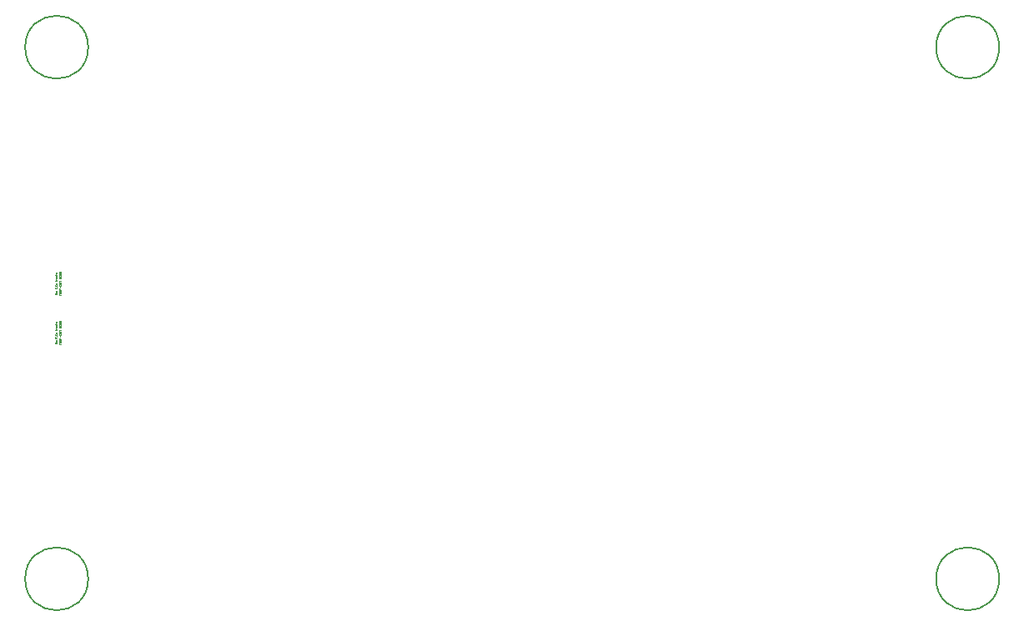
<source format=gbr>
%TF.GenerationSoftware,KiCad,Pcbnew,8.0.2*%
%TF.CreationDate,2024-10-12T15:12:06+02:00*%
%TF.ProjectId,OSSD-8A,4f535344-2d38-4412-9e6b-696361645f70,rev?*%
%TF.SameCoordinates,Original*%
%TF.FileFunction,Other,Comment*%
%FSLAX46Y46*%
G04 Gerber Fmt 4.6, Leading zero omitted, Abs format (unit mm)*
G04 Created by KiCad (PCBNEW 8.0.2) date 2024-10-12 15:12:06*
%MOMM*%
%LPD*%
G01*
G04 APERTURE LIST*
%ADD10C,0.030000*%
%ADD11C,0.150000*%
G04 APERTURE END LIST*
D10*
X92020963Y-45580952D02*
X91820963Y-45580952D01*
X91820963Y-45580952D02*
X92020963Y-45466667D01*
X92020963Y-45466667D02*
X91820963Y-45466667D01*
X92020963Y-45342857D02*
X92011440Y-45361905D01*
X92011440Y-45361905D02*
X92001916Y-45371428D01*
X92001916Y-45371428D02*
X91982868Y-45380952D01*
X91982868Y-45380952D02*
X91925725Y-45380952D01*
X91925725Y-45380952D02*
X91906678Y-45371428D01*
X91906678Y-45371428D02*
X91897154Y-45361905D01*
X91897154Y-45361905D02*
X91887630Y-45342857D01*
X91887630Y-45342857D02*
X91887630Y-45314286D01*
X91887630Y-45314286D02*
X91897154Y-45295238D01*
X91897154Y-45295238D02*
X91906678Y-45285714D01*
X91906678Y-45285714D02*
X91925725Y-45276190D01*
X91925725Y-45276190D02*
X91982868Y-45276190D01*
X91982868Y-45276190D02*
X92001916Y-45285714D01*
X92001916Y-45285714D02*
X92011440Y-45295238D01*
X92011440Y-45295238D02*
X92020963Y-45314286D01*
X92020963Y-45314286D02*
X92020963Y-45342857D01*
X91916201Y-44971429D02*
X91916201Y-45038095D01*
X92020963Y-45038095D02*
X91820963Y-45038095D01*
X91820963Y-45038095D02*
X91820963Y-44942857D01*
X92001916Y-44866666D02*
X92011440Y-44857143D01*
X92011440Y-44857143D02*
X92020963Y-44866666D01*
X92020963Y-44866666D02*
X92011440Y-44876190D01*
X92011440Y-44876190D02*
X92001916Y-44866666D01*
X92001916Y-44866666D02*
X92020963Y-44866666D01*
X92001916Y-44657143D02*
X92011440Y-44666667D01*
X92011440Y-44666667D02*
X92020963Y-44695238D01*
X92020963Y-44695238D02*
X92020963Y-44714286D01*
X92020963Y-44714286D02*
X92011440Y-44742857D01*
X92011440Y-44742857D02*
X91992392Y-44761905D01*
X91992392Y-44761905D02*
X91973344Y-44771428D01*
X91973344Y-44771428D02*
X91935249Y-44780952D01*
X91935249Y-44780952D02*
X91906678Y-44780952D01*
X91906678Y-44780952D02*
X91868582Y-44771428D01*
X91868582Y-44771428D02*
X91849535Y-44761905D01*
X91849535Y-44761905D02*
X91830487Y-44742857D01*
X91830487Y-44742857D02*
X91820963Y-44714286D01*
X91820963Y-44714286D02*
X91820963Y-44695238D01*
X91820963Y-44695238D02*
X91830487Y-44666667D01*
X91830487Y-44666667D02*
X91840011Y-44657143D01*
X91887630Y-44485714D02*
X92020963Y-44485714D01*
X91887630Y-44571428D02*
X91992392Y-44571428D01*
X91992392Y-44571428D02*
X92011440Y-44561905D01*
X92011440Y-44561905D02*
X92020963Y-44542857D01*
X92020963Y-44542857D02*
X92020963Y-44514286D01*
X92020963Y-44514286D02*
X92011440Y-44495238D01*
X92011440Y-44495238D02*
X92001916Y-44485714D01*
X91887630Y-44266667D02*
X91887630Y-44190476D01*
X91820963Y-44238095D02*
X91992392Y-44238095D01*
X91992392Y-44238095D02*
X92011440Y-44228572D01*
X92011440Y-44228572D02*
X92020963Y-44209524D01*
X92020963Y-44209524D02*
X92020963Y-44190476D01*
X92020963Y-44123809D02*
X91887630Y-44123809D01*
X91925725Y-44123809D02*
X91906678Y-44114286D01*
X91906678Y-44114286D02*
X91897154Y-44104762D01*
X91897154Y-44104762D02*
X91887630Y-44085714D01*
X91887630Y-44085714D02*
X91887630Y-44066667D01*
X92020963Y-43914285D02*
X91916201Y-43914285D01*
X91916201Y-43914285D02*
X91897154Y-43923809D01*
X91897154Y-43923809D02*
X91887630Y-43942857D01*
X91887630Y-43942857D02*
X91887630Y-43980952D01*
X91887630Y-43980952D02*
X91897154Y-43999999D01*
X92011440Y-43914285D02*
X92020963Y-43933333D01*
X92020963Y-43933333D02*
X92020963Y-43980952D01*
X92020963Y-43980952D02*
X92011440Y-43999999D01*
X92011440Y-43999999D02*
X91992392Y-44009523D01*
X91992392Y-44009523D02*
X91973344Y-44009523D01*
X91973344Y-44009523D02*
X91954297Y-43999999D01*
X91954297Y-43999999D02*
X91944773Y-43980952D01*
X91944773Y-43980952D02*
X91944773Y-43933333D01*
X91944773Y-43933333D02*
X91935249Y-43914285D01*
X92011440Y-43733333D02*
X92020963Y-43752381D01*
X92020963Y-43752381D02*
X92020963Y-43790476D01*
X92020963Y-43790476D02*
X92011440Y-43809524D01*
X92011440Y-43809524D02*
X92001916Y-43819047D01*
X92001916Y-43819047D02*
X91982868Y-43828571D01*
X91982868Y-43828571D02*
X91925725Y-43828571D01*
X91925725Y-43828571D02*
X91906678Y-43819047D01*
X91906678Y-43819047D02*
X91897154Y-43809524D01*
X91897154Y-43809524D02*
X91887630Y-43790476D01*
X91887630Y-43790476D02*
X91887630Y-43752381D01*
X91887630Y-43752381D02*
X91897154Y-43733333D01*
X92020963Y-43647618D02*
X91820963Y-43647618D01*
X91944773Y-43628571D02*
X92020963Y-43571428D01*
X91887630Y-43571428D02*
X91963820Y-43647618D01*
X92011440Y-43495237D02*
X92020963Y-43476190D01*
X92020963Y-43476190D02*
X92020963Y-43438094D01*
X92020963Y-43438094D02*
X92011440Y-43419047D01*
X92011440Y-43419047D02*
X91992392Y-43409523D01*
X91992392Y-43409523D02*
X91982868Y-43409523D01*
X91982868Y-43409523D02*
X91963820Y-43419047D01*
X91963820Y-43419047D02*
X91954297Y-43438094D01*
X91954297Y-43438094D02*
X91954297Y-43466666D01*
X91954297Y-43466666D02*
X91944773Y-43485713D01*
X91944773Y-43485713D02*
X91925725Y-43495237D01*
X91925725Y-43495237D02*
X91916201Y-43495237D01*
X91916201Y-43495237D02*
X91897154Y-43485713D01*
X91897154Y-43485713D02*
X91887630Y-43466666D01*
X91887630Y-43466666D02*
X91887630Y-43438094D01*
X91887630Y-43438094D02*
X91897154Y-43419047D01*
X92420963Y-50714284D02*
X92220963Y-50714284D01*
X92420963Y-50599999D02*
X92306678Y-50685713D01*
X92220963Y-50599999D02*
X92335249Y-50714284D01*
X92316201Y-50514284D02*
X92316201Y-50447618D01*
X92420963Y-50419046D02*
X92420963Y-50514284D01*
X92420963Y-50514284D02*
X92220963Y-50514284D01*
X92220963Y-50514284D02*
X92220963Y-50419046D01*
X92316201Y-50333332D02*
X92316201Y-50266666D01*
X92420963Y-50238094D02*
X92420963Y-50333332D01*
X92420963Y-50333332D02*
X92220963Y-50333332D01*
X92220963Y-50333332D02*
X92220963Y-50238094D01*
X92420963Y-50152380D02*
X92220963Y-50152380D01*
X92220963Y-50152380D02*
X92220963Y-50076190D01*
X92220963Y-50076190D02*
X92230487Y-50057142D01*
X92230487Y-50057142D02*
X92240011Y-50047619D01*
X92240011Y-50047619D02*
X92259059Y-50038095D01*
X92259059Y-50038095D02*
X92287630Y-50038095D01*
X92287630Y-50038095D02*
X92306678Y-50047619D01*
X92306678Y-50047619D02*
X92316201Y-50057142D01*
X92316201Y-50057142D02*
X92325725Y-50076190D01*
X92325725Y-50076190D02*
X92325725Y-50152380D01*
X92344773Y-49952380D02*
X92344773Y-49800000D01*
X92220963Y-49666666D02*
X92220963Y-49628571D01*
X92220963Y-49628571D02*
X92230487Y-49609523D01*
X92230487Y-49609523D02*
X92249535Y-49590476D01*
X92249535Y-49590476D02*
X92287630Y-49580952D01*
X92287630Y-49580952D02*
X92354297Y-49580952D01*
X92354297Y-49580952D02*
X92392392Y-49590476D01*
X92392392Y-49590476D02*
X92411440Y-49609523D01*
X92411440Y-49609523D02*
X92420963Y-49628571D01*
X92420963Y-49628571D02*
X92420963Y-49666666D01*
X92420963Y-49666666D02*
X92411440Y-49685714D01*
X92411440Y-49685714D02*
X92392392Y-49704761D01*
X92392392Y-49704761D02*
X92354297Y-49714285D01*
X92354297Y-49714285D02*
X92287630Y-49714285D01*
X92287630Y-49714285D02*
X92249535Y-49704761D01*
X92249535Y-49704761D02*
X92230487Y-49685714D01*
X92230487Y-49685714D02*
X92220963Y-49666666D01*
X92220963Y-49495237D02*
X92382868Y-49495237D01*
X92382868Y-49495237D02*
X92401916Y-49485714D01*
X92401916Y-49485714D02*
X92411440Y-49476190D01*
X92411440Y-49476190D02*
X92420963Y-49457142D01*
X92420963Y-49457142D02*
X92420963Y-49419047D01*
X92420963Y-49419047D02*
X92411440Y-49399999D01*
X92411440Y-49399999D02*
X92401916Y-49390476D01*
X92401916Y-49390476D02*
X92382868Y-49380952D01*
X92382868Y-49380952D02*
X92220963Y-49380952D01*
X92220963Y-49314285D02*
X92220963Y-49199999D01*
X92420963Y-49257142D02*
X92220963Y-49257142D01*
X92220963Y-48999999D02*
X92220963Y-48866666D01*
X92220963Y-48866666D02*
X92420963Y-48999999D01*
X92420963Y-48999999D02*
X92420963Y-48866666D01*
X92220963Y-48752380D02*
X92220963Y-48714285D01*
X92220963Y-48714285D02*
X92230487Y-48695237D01*
X92230487Y-48695237D02*
X92249535Y-48676190D01*
X92249535Y-48676190D02*
X92287630Y-48666666D01*
X92287630Y-48666666D02*
X92354297Y-48666666D01*
X92354297Y-48666666D02*
X92392392Y-48676190D01*
X92392392Y-48676190D02*
X92411440Y-48695237D01*
X92411440Y-48695237D02*
X92420963Y-48714285D01*
X92420963Y-48714285D02*
X92420963Y-48752380D01*
X92420963Y-48752380D02*
X92411440Y-48771428D01*
X92411440Y-48771428D02*
X92392392Y-48790475D01*
X92392392Y-48790475D02*
X92354297Y-48799999D01*
X92354297Y-48799999D02*
X92287630Y-48799999D01*
X92287630Y-48799999D02*
X92249535Y-48790475D01*
X92249535Y-48790475D02*
X92230487Y-48771428D01*
X92230487Y-48771428D02*
X92220963Y-48752380D01*
X92420963Y-48580951D02*
X92220963Y-48580951D01*
X92220963Y-48580951D02*
X92420963Y-48466666D01*
X92420963Y-48466666D02*
X92220963Y-48466666D01*
X92316201Y-48371427D02*
X92316201Y-48304761D01*
X92420963Y-48276189D02*
X92420963Y-48371427D01*
X92420963Y-48371427D02*
X92220963Y-48371427D01*
X92220963Y-48371427D02*
X92220963Y-48276189D01*
X92020963Y-50580952D02*
X91820963Y-50580952D01*
X91820963Y-50580952D02*
X92020963Y-50466667D01*
X92020963Y-50466667D02*
X91820963Y-50466667D01*
X92020963Y-50342857D02*
X92011440Y-50361905D01*
X92011440Y-50361905D02*
X92001916Y-50371428D01*
X92001916Y-50371428D02*
X91982868Y-50380952D01*
X91982868Y-50380952D02*
X91925725Y-50380952D01*
X91925725Y-50380952D02*
X91906678Y-50371428D01*
X91906678Y-50371428D02*
X91897154Y-50361905D01*
X91897154Y-50361905D02*
X91887630Y-50342857D01*
X91887630Y-50342857D02*
X91887630Y-50314286D01*
X91887630Y-50314286D02*
X91897154Y-50295238D01*
X91897154Y-50295238D02*
X91906678Y-50285714D01*
X91906678Y-50285714D02*
X91925725Y-50276190D01*
X91925725Y-50276190D02*
X91982868Y-50276190D01*
X91982868Y-50276190D02*
X92001916Y-50285714D01*
X92001916Y-50285714D02*
X92011440Y-50295238D01*
X92011440Y-50295238D02*
X92020963Y-50314286D01*
X92020963Y-50314286D02*
X92020963Y-50342857D01*
X91916201Y-49971429D02*
X91916201Y-50038095D01*
X92020963Y-50038095D02*
X91820963Y-50038095D01*
X91820963Y-50038095D02*
X91820963Y-49942857D01*
X92001916Y-49866666D02*
X92011440Y-49857143D01*
X92011440Y-49857143D02*
X92020963Y-49866666D01*
X92020963Y-49866666D02*
X92011440Y-49876190D01*
X92011440Y-49876190D02*
X92001916Y-49866666D01*
X92001916Y-49866666D02*
X92020963Y-49866666D01*
X92001916Y-49657143D02*
X92011440Y-49666667D01*
X92011440Y-49666667D02*
X92020963Y-49695238D01*
X92020963Y-49695238D02*
X92020963Y-49714286D01*
X92020963Y-49714286D02*
X92011440Y-49742857D01*
X92011440Y-49742857D02*
X91992392Y-49761905D01*
X91992392Y-49761905D02*
X91973344Y-49771428D01*
X91973344Y-49771428D02*
X91935249Y-49780952D01*
X91935249Y-49780952D02*
X91906678Y-49780952D01*
X91906678Y-49780952D02*
X91868582Y-49771428D01*
X91868582Y-49771428D02*
X91849535Y-49761905D01*
X91849535Y-49761905D02*
X91830487Y-49742857D01*
X91830487Y-49742857D02*
X91820963Y-49714286D01*
X91820963Y-49714286D02*
X91820963Y-49695238D01*
X91820963Y-49695238D02*
X91830487Y-49666667D01*
X91830487Y-49666667D02*
X91840011Y-49657143D01*
X91887630Y-49485714D02*
X92020963Y-49485714D01*
X91887630Y-49571428D02*
X91992392Y-49571428D01*
X91992392Y-49571428D02*
X92011440Y-49561905D01*
X92011440Y-49561905D02*
X92020963Y-49542857D01*
X92020963Y-49542857D02*
X92020963Y-49514286D01*
X92020963Y-49514286D02*
X92011440Y-49495238D01*
X92011440Y-49495238D02*
X92001916Y-49485714D01*
X91887630Y-49266667D02*
X91887630Y-49190476D01*
X91820963Y-49238095D02*
X91992392Y-49238095D01*
X91992392Y-49238095D02*
X92011440Y-49228572D01*
X92011440Y-49228572D02*
X92020963Y-49209524D01*
X92020963Y-49209524D02*
X92020963Y-49190476D01*
X92020963Y-49123809D02*
X91887630Y-49123809D01*
X91925725Y-49123809D02*
X91906678Y-49114286D01*
X91906678Y-49114286D02*
X91897154Y-49104762D01*
X91897154Y-49104762D02*
X91887630Y-49085714D01*
X91887630Y-49085714D02*
X91887630Y-49066667D01*
X92020963Y-48914285D02*
X91916201Y-48914285D01*
X91916201Y-48914285D02*
X91897154Y-48923809D01*
X91897154Y-48923809D02*
X91887630Y-48942857D01*
X91887630Y-48942857D02*
X91887630Y-48980952D01*
X91887630Y-48980952D02*
X91897154Y-48999999D01*
X92011440Y-48914285D02*
X92020963Y-48933333D01*
X92020963Y-48933333D02*
X92020963Y-48980952D01*
X92020963Y-48980952D02*
X92011440Y-48999999D01*
X92011440Y-48999999D02*
X91992392Y-49009523D01*
X91992392Y-49009523D02*
X91973344Y-49009523D01*
X91973344Y-49009523D02*
X91954297Y-48999999D01*
X91954297Y-48999999D02*
X91944773Y-48980952D01*
X91944773Y-48980952D02*
X91944773Y-48933333D01*
X91944773Y-48933333D02*
X91935249Y-48914285D01*
X92011440Y-48733333D02*
X92020963Y-48752381D01*
X92020963Y-48752381D02*
X92020963Y-48790476D01*
X92020963Y-48790476D02*
X92011440Y-48809524D01*
X92011440Y-48809524D02*
X92001916Y-48819047D01*
X92001916Y-48819047D02*
X91982868Y-48828571D01*
X91982868Y-48828571D02*
X91925725Y-48828571D01*
X91925725Y-48828571D02*
X91906678Y-48819047D01*
X91906678Y-48819047D02*
X91897154Y-48809524D01*
X91897154Y-48809524D02*
X91887630Y-48790476D01*
X91887630Y-48790476D02*
X91887630Y-48752381D01*
X91887630Y-48752381D02*
X91897154Y-48733333D01*
X92020963Y-48647618D02*
X91820963Y-48647618D01*
X91944773Y-48628571D02*
X92020963Y-48571428D01*
X91887630Y-48571428D02*
X91963820Y-48647618D01*
X92011440Y-48495237D02*
X92020963Y-48476190D01*
X92020963Y-48476190D02*
X92020963Y-48438094D01*
X92020963Y-48438094D02*
X92011440Y-48419047D01*
X92011440Y-48419047D02*
X91992392Y-48409523D01*
X91992392Y-48409523D02*
X91982868Y-48409523D01*
X91982868Y-48409523D02*
X91963820Y-48419047D01*
X91963820Y-48419047D02*
X91954297Y-48438094D01*
X91954297Y-48438094D02*
X91954297Y-48466666D01*
X91954297Y-48466666D02*
X91944773Y-48485713D01*
X91944773Y-48485713D02*
X91925725Y-48495237D01*
X91925725Y-48495237D02*
X91916201Y-48495237D01*
X91916201Y-48495237D02*
X91897154Y-48485713D01*
X91897154Y-48485713D02*
X91887630Y-48466666D01*
X91887630Y-48466666D02*
X91887630Y-48438094D01*
X91887630Y-48438094D02*
X91897154Y-48419047D01*
X92420963Y-45714284D02*
X92220963Y-45714284D01*
X92420963Y-45599999D02*
X92306678Y-45685713D01*
X92220963Y-45599999D02*
X92335249Y-45714284D01*
X92316201Y-45514284D02*
X92316201Y-45447618D01*
X92420963Y-45419046D02*
X92420963Y-45514284D01*
X92420963Y-45514284D02*
X92220963Y-45514284D01*
X92220963Y-45514284D02*
X92220963Y-45419046D01*
X92316201Y-45333332D02*
X92316201Y-45266666D01*
X92420963Y-45238094D02*
X92420963Y-45333332D01*
X92420963Y-45333332D02*
X92220963Y-45333332D01*
X92220963Y-45333332D02*
X92220963Y-45238094D01*
X92420963Y-45152380D02*
X92220963Y-45152380D01*
X92220963Y-45152380D02*
X92220963Y-45076190D01*
X92220963Y-45076190D02*
X92230487Y-45057142D01*
X92230487Y-45057142D02*
X92240011Y-45047619D01*
X92240011Y-45047619D02*
X92259059Y-45038095D01*
X92259059Y-45038095D02*
X92287630Y-45038095D01*
X92287630Y-45038095D02*
X92306678Y-45047619D01*
X92306678Y-45047619D02*
X92316201Y-45057142D01*
X92316201Y-45057142D02*
X92325725Y-45076190D01*
X92325725Y-45076190D02*
X92325725Y-45152380D01*
X92344773Y-44952380D02*
X92344773Y-44800000D01*
X92220963Y-44666666D02*
X92220963Y-44628571D01*
X92220963Y-44628571D02*
X92230487Y-44609523D01*
X92230487Y-44609523D02*
X92249535Y-44590476D01*
X92249535Y-44590476D02*
X92287630Y-44580952D01*
X92287630Y-44580952D02*
X92354297Y-44580952D01*
X92354297Y-44580952D02*
X92392392Y-44590476D01*
X92392392Y-44590476D02*
X92411440Y-44609523D01*
X92411440Y-44609523D02*
X92420963Y-44628571D01*
X92420963Y-44628571D02*
X92420963Y-44666666D01*
X92420963Y-44666666D02*
X92411440Y-44685714D01*
X92411440Y-44685714D02*
X92392392Y-44704761D01*
X92392392Y-44704761D02*
X92354297Y-44714285D01*
X92354297Y-44714285D02*
X92287630Y-44714285D01*
X92287630Y-44714285D02*
X92249535Y-44704761D01*
X92249535Y-44704761D02*
X92230487Y-44685714D01*
X92230487Y-44685714D02*
X92220963Y-44666666D01*
X92220963Y-44495237D02*
X92382868Y-44495237D01*
X92382868Y-44495237D02*
X92401916Y-44485714D01*
X92401916Y-44485714D02*
X92411440Y-44476190D01*
X92411440Y-44476190D02*
X92420963Y-44457142D01*
X92420963Y-44457142D02*
X92420963Y-44419047D01*
X92420963Y-44419047D02*
X92411440Y-44399999D01*
X92411440Y-44399999D02*
X92401916Y-44390476D01*
X92401916Y-44390476D02*
X92382868Y-44380952D01*
X92382868Y-44380952D02*
X92220963Y-44380952D01*
X92220963Y-44314285D02*
X92220963Y-44199999D01*
X92420963Y-44257142D02*
X92220963Y-44257142D01*
X92220963Y-43999999D02*
X92220963Y-43866666D01*
X92220963Y-43866666D02*
X92420963Y-43999999D01*
X92420963Y-43999999D02*
X92420963Y-43866666D01*
X92220963Y-43752380D02*
X92220963Y-43714285D01*
X92220963Y-43714285D02*
X92230487Y-43695237D01*
X92230487Y-43695237D02*
X92249535Y-43676190D01*
X92249535Y-43676190D02*
X92287630Y-43666666D01*
X92287630Y-43666666D02*
X92354297Y-43666666D01*
X92354297Y-43666666D02*
X92392392Y-43676190D01*
X92392392Y-43676190D02*
X92411440Y-43695237D01*
X92411440Y-43695237D02*
X92420963Y-43714285D01*
X92420963Y-43714285D02*
X92420963Y-43752380D01*
X92420963Y-43752380D02*
X92411440Y-43771428D01*
X92411440Y-43771428D02*
X92392392Y-43790475D01*
X92392392Y-43790475D02*
X92354297Y-43799999D01*
X92354297Y-43799999D02*
X92287630Y-43799999D01*
X92287630Y-43799999D02*
X92249535Y-43790475D01*
X92249535Y-43790475D02*
X92230487Y-43771428D01*
X92230487Y-43771428D02*
X92220963Y-43752380D01*
X92420963Y-43580951D02*
X92220963Y-43580951D01*
X92220963Y-43580951D02*
X92420963Y-43466666D01*
X92420963Y-43466666D02*
X92220963Y-43466666D01*
X92316201Y-43371427D02*
X92316201Y-43304761D01*
X92420963Y-43276189D02*
X92420963Y-43371427D01*
X92420963Y-43371427D02*
X92220963Y-43371427D01*
X92220963Y-43371427D02*
X92220963Y-43276189D01*
D11*
%TO.C,REF\u002A\u002A*%
X187700000Y-20500000D02*
G75*
G02*
X181300000Y-20500000I-3200000J0D01*
G01*
X181300000Y-20500000D02*
G75*
G02*
X187700000Y-20500000I3200000J0D01*
G01*
X95200000Y-20500000D02*
G75*
G02*
X88800000Y-20500000I-3200000J0D01*
G01*
X88800000Y-20500000D02*
G75*
G02*
X95200000Y-20500000I3200000J0D01*
G01*
X95200000Y-74500000D02*
G75*
G02*
X88800000Y-74500000I-3200000J0D01*
G01*
X88800000Y-74500000D02*
G75*
G02*
X95200000Y-74500000I3200000J0D01*
G01*
X187700000Y-74500000D02*
G75*
G02*
X181300000Y-74500000I-3200000J0D01*
G01*
X181300000Y-74500000D02*
G75*
G02*
X187700000Y-74500000I3200000J0D01*
G01*
%TD*%
M02*

</source>
